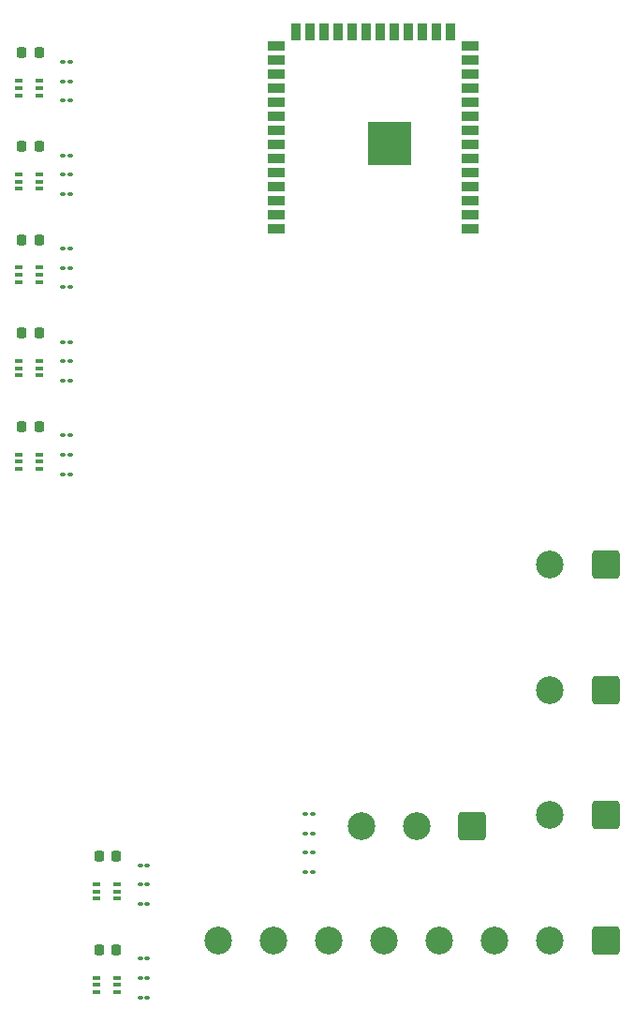
<source format=gbr>
%TF.GenerationSoftware,KiCad,Pcbnew,9.0.2*%
%TF.CreationDate,2025-05-31T05:55:54-04:00*%
%TF.ProjectId,micro autodoor,6d696372-6f20-4617-9574-6f646f6f722e,rev?*%
%TF.SameCoordinates,Original*%
%TF.FileFunction,Copper,L1,Top*%
%TF.FilePolarity,Positive*%
%FSLAX46Y46*%
G04 Gerber Fmt 4.6, Leading zero omitted, Abs format (unit mm)*
G04 Created by KiCad (PCBNEW 9.0.2) date 2025-05-31 05:55:54*
%MOMM*%
%LPD*%
G01*
G04 APERTURE LIST*
G04 Aperture macros list*
%AMRoundRect*
0 Rectangle with rounded corners*
0 $1 Rounding radius*
0 $2 $3 $4 $5 $6 $7 $8 $9 X,Y pos of 4 corners*
0 Add a 4 corners polygon primitive as box body*
4,1,4,$2,$3,$4,$5,$6,$7,$8,$9,$2,$3,0*
0 Add four circle primitives for the rounded corners*
1,1,$1+$1,$2,$3*
1,1,$1+$1,$4,$5*
1,1,$1+$1,$6,$7*
1,1,$1+$1,$8,$9*
0 Add four rect primitives between the rounded corners*
20,1,$1+$1,$2,$3,$4,$5,0*
20,1,$1+$1,$4,$5,$6,$7,0*
20,1,$1+$1,$6,$7,$8,$9,0*
20,1,$1+$1,$8,$9,$2,$3,0*%
G04 Aperture macros list end*
%TA.AperFunction,SMDPad,CuDef*%
%ADD10R,1.500000X0.900000*%
%TD*%
%TA.AperFunction,SMDPad,CuDef*%
%ADD11R,0.900000X1.500000*%
%TD*%
%TA.AperFunction,HeatsinkPad*%
%ADD12C,0.600000*%
%TD*%
%TA.AperFunction,HeatsinkPad*%
%ADD13R,3.900000X3.900000*%
%TD*%
%TA.AperFunction,SMDPad,CuDef*%
%ADD14RoundRect,0.100000X0.130000X0.100000X-0.130000X0.100000X-0.130000X-0.100000X0.130000X-0.100000X0*%
%TD*%
%TA.AperFunction,ComponentPad*%
%ADD15RoundRect,0.250000X1.000000X1.000000X-1.000000X1.000000X-1.000000X-1.000000X1.000000X-1.000000X0*%
%TD*%
%TA.AperFunction,ComponentPad*%
%ADD16C,2.500000*%
%TD*%
%TA.AperFunction,SMDPad,CuDef*%
%ADD17RoundRect,0.100000X0.225000X0.100000X-0.225000X0.100000X-0.225000X-0.100000X0.225000X-0.100000X0*%
%TD*%
%TA.AperFunction,SMDPad,CuDef*%
%ADD18RoundRect,0.225000X0.225000X0.250000X-0.225000X0.250000X-0.225000X-0.250000X0.225000X-0.250000X0*%
%TD*%
G04 APERTURE END LIST*
D10*
%TO.P,U1,1,GND*%
%TO.N,GND*%
X148900070Y-93087767D03*
%TO.P,U1,2,3V3*%
%TO.N,+3.3V*%
X148900070Y-91817767D03*
%TO.P,U1,3,EN*%
%TO.N,unconnected-(U1-EN-Pad3)*%
X148900070Y-90547767D03*
%TO.P,U1,4,IO4*%
%TO.N,unconnected-(U1-IO4-Pad4)*%
X148900070Y-89277767D03*
%TO.P,U1,5,IO5*%
%TO.N,unconnected-(U1-IO5-Pad5)*%
X148900070Y-88007767D03*
%TO.P,U1,6,IO6*%
%TO.N,unconnected-(U1-IO6-Pad6)*%
X148900070Y-86737767D03*
%TO.P,U1,7,IO7*%
%TO.N,unconnected-(U1-IO7-Pad7)*%
X148900070Y-85467767D03*
%TO.P,U1,8,IO15*%
%TO.N,unconnected-(U1-IO15-Pad8)*%
X148900070Y-84197767D03*
%TO.P,U1,9,IO16*%
%TO.N,unconnected-(U1-IO16-Pad9)*%
X148900070Y-82927767D03*
%TO.P,U1,10,IO17*%
%TO.N,unconnected-(U1-IO17-Pad10)*%
X148900070Y-81657767D03*
%TO.P,U1,11,IO18*%
%TO.N,unconnected-(U1-IO18-Pad11)*%
X148900070Y-80387767D03*
%TO.P,U1,12,IO8*%
%TO.N,unconnected-(U1-IO8-Pad12)*%
X148900070Y-79117767D03*
%TO.P,U1,13,USB_D-*%
%TO.N,unconnected-(U1-USB_D--Pad13)*%
X148900070Y-77847767D03*
%TO.P,U1,14,USB_D+*%
%TO.N,unconnected-(U1-USB_D+-Pad14)*%
X148900070Y-76577767D03*
D11*
%TO.P,U1,15,IO3*%
%TO.N,unconnected-(U1-IO3-Pad15)*%
X147135070Y-75327767D03*
%TO.P,U1,16,IO46*%
%TO.N,unconnected-(U1-IO46-Pad16)*%
X145865070Y-75327767D03*
%TO.P,U1,17,IO9*%
%TO.N,unconnected-(U1-IO9-Pad17)*%
X144595070Y-75327767D03*
%TO.P,U1,18,IO10*%
%TO.N,unconnected-(U1-IO10-Pad18)*%
X143325070Y-75327767D03*
%TO.P,U1,19,IO11*%
%TO.N,unconnected-(U1-IO11-Pad19)*%
X142055070Y-75327767D03*
%TO.P,U1,20,IO12*%
%TO.N,unconnected-(U1-IO12-Pad20)*%
X140785070Y-75327767D03*
%TO.P,U1,21,IO13*%
%TO.N,unconnected-(U1-IO13-Pad21)*%
X139515070Y-75327767D03*
%TO.P,U1,22,IO14*%
%TO.N,unconnected-(U1-IO14-Pad22)*%
X138245070Y-75327767D03*
%TO.P,U1,23,IO21*%
%TO.N,unconnected-(U1-IO21-Pad23)*%
X136975070Y-75327767D03*
%TO.P,U1,24,IO47*%
%TO.N,unconnected-(U1-IO47-Pad24)*%
X135705070Y-75327767D03*
%TO.P,U1,25,IO48*%
%TO.N,unconnected-(U1-IO48-Pad25)*%
X134435070Y-75327767D03*
%TO.P,U1,26,IO45*%
%TO.N,unconnected-(U1-IO45-Pad26)*%
X133165070Y-75327767D03*
D10*
%TO.P,U1,27,IO0*%
%TO.N,unconnected-(U1-IO0-Pad27)*%
X131400070Y-76577767D03*
%TO.P,U1,28,IO35*%
%TO.N,unconnected-(U1-IO35-Pad28)*%
X131400070Y-77847767D03*
%TO.P,U1,29,IO36*%
%TO.N,unconnected-(U1-IO36-Pad29)*%
X131400070Y-79117767D03*
%TO.P,U1,30,IO37*%
%TO.N,unconnected-(U1-IO37-Pad30)*%
X131400070Y-80387767D03*
%TO.P,U1,31,IO38*%
%TO.N,unconnected-(U1-IO38-Pad31)*%
X131400070Y-81657767D03*
%TO.P,U1,32,IO39*%
%TO.N,unconnected-(U1-IO39-Pad32)*%
X131400070Y-82927767D03*
%TO.P,U1,33,IO40*%
%TO.N,unconnected-(U1-IO40-Pad33)*%
X131400070Y-84197767D03*
%TO.P,U1,34,IO41*%
%TO.N,unconnected-(U1-IO41-Pad34)*%
X131400070Y-85467767D03*
%TO.P,U1,35,IO42*%
%TO.N,unconnected-(U1-IO42-Pad35)*%
X131400070Y-86737767D03*
%TO.P,U1,36,RXD0*%
%TO.N,unconnected-(U1-RXD0-Pad36)*%
X131400070Y-88007767D03*
%TO.P,U1,37,TXD0*%
%TO.N,unconnected-(U1-TXD0-Pad37)*%
X131400070Y-89277767D03*
%TO.P,U1,38,IO2*%
%TO.N,unconnected-(U1-IO2-Pad38)*%
X131400070Y-90547767D03*
%TO.P,U1,39,IO1*%
%TO.N,unconnected-(U1-IO1-Pad39)*%
X131400070Y-91817767D03*
%TO.P,U1,40,GND*%
%TO.N,GND*%
X131400070Y-93087767D03*
D12*
%TO.P,U1,41,GND*%
X143050070Y-86067767D03*
X143050070Y-84667767D03*
X142350070Y-86767767D03*
X142350070Y-85367767D03*
X142350070Y-83967767D03*
X141650070Y-86067767D03*
D13*
X141650070Y-85367767D03*
D12*
X141650070Y-84667767D03*
X140950070Y-86767767D03*
X140950070Y-85367767D03*
X140950070Y-83967767D03*
X140250070Y-86067767D03*
X140250070Y-84667767D03*
%TD*%
D14*
%TO.P,R27,1*%
%TO.N,/board_principal/IMPUT_DIGITAL6/OUT*%
X112720070Y-111727767D03*
%TO.P,R27,2*%
%TO.N,GND*%
X112080070Y-111727767D03*
%TD*%
%TO.P,R26,1*%
%TO.N,/board_principal/IMPUT_DIGITAL5/OUT*%
X119720070Y-150547767D03*
%TO.P,R26,2*%
%TO.N,GND*%
X119080070Y-150547767D03*
%TD*%
%TO.P,R25,1*%
%TO.N,/board_principal/IMPUT_DIGITAL4/OUT*%
X112720070Y-86437767D03*
%TO.P,R25,2*%
%TO.N,GND*%
X112080070Y-86437767D03*
%TD*%
%TO.P,R24,1*%
%TO.N,/board_principal/IMPUT_DIGITAL3/OUT*%
X112720070Y-103297767D03*
%TO.P,R24,2*%
%TO.N,GND*%
X112080070Y-103297767D03*
%TD*%
%TO.P,R23,1*%
%TO.N,/board_principal/IMPUT_DIGITAL2/OUT*%
X119720070Y-158977767D03*
%TO.P,R23,2*%
%TO.N,GND*%
X119080070Y-158977767D03*
%TD*%
%TO.P,R22,1*%
%TO.N,/board_principal/IMPUT_DIGITAL1/OUT*%
X112720070Y-78007767D03*
%TO.P,R22,2*%
%TO.N,GND*%
X112080070Y-78007767D03*
%TD*%
%TO.P,R21,1*%
%TO.N,/board_principal/IMPUT_DIGITAL/OUT*%
X112720070Y-94867767D03*
%TO.P,R21,2*%
%TO.N,GND*%
X112080070Y-94867767D03*
%TD*%
%TO.P,R19,1*%
%TO.N,/board_principal/IMPUT_DIGITAL6/OUT*%
X112720070Y-113477767D03*
%TO.P,R19,2*%
%TO.N,/board_principal/FTC*%
X112080070Y-113477767D03*
%TD*%
%TO.P,R18,1*%
%TO.N,/board_principal/IMPUT_DIGITAL5/OUT*%
X119720070Y-152297767D03*
%TO.P,R18,2*%
%TO.N,/board_principal/B_STOP*%
X119080070Y-152297767D03*
%TD*%
%TO.P,R17,1*%
%TO.N,/board_principal/IMPUT_DIGITAL4/OUT*%
X112720070Y-88187767D03*
%TO.P,R17,2*%
%TO.N,/board_principal/BC*%
X112080070Y-88187767D03*
%TD*%
%TO.P,R16,1*%
%TO.N,/board_principal/IMPUT_DIGITAL3/OUT*%
X112720070Y-105047767D03*
%TO.P,R16,2*%
%TO.N,/board_principal/BA*%
X112080070Y-105047767D03*
%TD*%
%TO.P,R15,1*%
%TO.N,/board_principal/IMPUT_DIGITAL2/OUT*%
X119720070Y-160727767D03*
%TO.P,R15,2*%
%TO.N,/board_principal/PP*%
X119080070Y-160727767D03*
%TD*%
%TO.P,R14,1*%
%TO.N,/board_principal/IMPUT_DIGITAL1/OUT*%
X112720070Y-79757767D03*
%TO.P,R14,2*%
%TO.N,/board_principal/IMPUT_DIGITAL1/IN*%
X112080070Y-79757767D03*
%TD*%
%TO.P,R13,1*%
%TO.N,/board_principal/IMPUT_DIGITAL/OUT*%
X112720070Y-96617767D03*
%TO.P,R13,2*%
%TO.N,/board_principal/IMPUT_DIGITAL/IN*%
X112080070Y-96617767D03*
%TD*%
%TO.P,R12,1*%
%TO.N,+3.3V*%
X134670070Y-145917767D03*
%TO.P,R12,2*%
%TO.N,/board_principal/DIP4*%
X134030070Y-145917767D03*
%TD*%
%TO.P,R11,1*%
%TO.N,+3.3V*%
X134670070Y-147667767D03*
%TO.P,R11,2*%
%TO.N,/board_principal/DIP3*%
X134030070Y-147667767D03*
%TD*%
%TO.P,R10,1*%
%TO.N,+3.3V*%
X134670070Y-149417767D03*
%TO.P,R10,2*%
%TO.N,/board_principal/DIP2*%
X134030070Y-149417767D03*
%TD*%
%TO.P,R9,1*%
%TO.N,+3.3V*%
X134670070Y-151167767D03*
%TO.P,R9,2*%
%TO.N,/board_principal/DIP1*%
X134030070Y-151167767D03*
%TD*%
%TO.P,R7,1*%
%TO.N,+3.3V*%
X112720070Y-115227767D03*
%TO.P,R7,2*%
%TO.N,/board_principal/FTC*%
X112080070Y-115227767D03*
%TD*%
%TO.P,R6,1*%
%TO.N,+3.3V*%
X119720070Y-154047767D03*
%TO.P,R6,2*%
%TO.N,/board_principal/B_STOP*%
X119080070Y-154047767D03*
%TD*%
%TO.P,R5,1*%
%TO.N,+3.3V*%
X112720070Y-89937767D03*
%TO.P,R5,2*%
%TO.N,/board_principal/BC*%
X112080070Y-89937767D03*
%TD*%
%TO.P,R4,1*%
%TO.N,+3.3V*%
X112720070Y-106797767D03*
%TO.P,R4,2*%
%TO.N,/board_principal/BA*%
X112080070Y-106797767D03*
%TD*%
%TO.P,R3,1*%
%TO.N,+3.3V*%
X119720070Y-162477767D03*
%TO.P,R3,2*%
%TO.N,/board_principal/PP*%
X119080070Y-162477767D03*
%TD*%
%TO.P,R2,1*%
%TO.N,+3.3V*%
X112720070Y-81507767D03*
%TO.P,R2,2*%
%TO.N,/board_principal/IMPUT_DIGITAL1/IN*%
X112080070Y-81507767D03*
%TD*%
%TO.P,R1,1*%
%TO.N,+3.3V*%
X112720070Y-98367767D03*
%TO.P,R1,2*%
%TO.N,/board_principal/IMPUT_DIGITAL/IN*%
X112080070Y-98367767D03*
%TD*%
D15*
%TO.P,J5,1,Pin_1*%
%TO.N,/board_principal/FTC*%
X161150070Y-157327767D03*
D16*
%TO.P,J5,2,Pin_2*%
%TO.N,/board_principal/B_STOP*%
X156150070Y-157327767D03*
%TO.P,J5,3,Pin_3*%
%TO.N,/board_principal/BC*%
X151150070Y-157327767D03*
%TO.P,J5,4,Pin_4*%
%TO.N,/board_principal/BA*%
X146150070Y-157327767D03*
%TO.P,J5,5,Pin_5*%
%TO.N,/board_principal/PP*%
X141150070Y-157327767D03*
%TO.P,J5,6,Pin_6*%
%TO.N,/board_principal/LSC*%
X136150070Y-157327767D03*
%TO.P,J5,7,Pin_7*%
%TO.N,/board_principal/LSA*%
X131150070Y-157327767D03*
%TO.P,J5,8,Pin_8*%
%TO.N,GND*%
X126150070Y-157327767D03*
%TD*%
D15*
%TO.P,J4,1,Pin_1*%
%TO.N,/board_principal/RS-485+*%
X149100070Y-147017767D03*
D16*
%TO.P,J4,2,Pin_2*%
%TO.N,GND*%
X144100070Y-147017767D03*
%TO.P,J4,3,Pin_3*%
%TO.N,/board_principal/RS-485-*%
X139100070Y-147017767D03*
%TD*%
D15*
%TO.P,J3,1,Pin_1*%
%TO.N,VCC*%
X161150070Y-123387767D03*
D16*
%TO.P,J3,2,Pin_2*%
%TO.N,GND*%
X156150070Y-123387767D03*
%TD*%
D15*
%TO.P,J2,1,Pin_1*%
%TO.N,/MA_POWER*%
X161150070Y-134702767D03*
D16*
%TO.P,J2,2,Pin_2*%
%TO.N,/MC_POWER*%
X156150070Y-134702767D03*
%TD*%
D15*
%TO.P,J1,1,Pin_1*%
%TO.N,/board_principal/LAMP+*%
X161150070Y-146017767D03*
D16*
%TO.P,J1,2,Pin_2*%
%TO.N,/board_principal/LAMP-*%
X156150070Y-146017767D03*
%TD*%
D17*
%TO.P,D7,1,K1*%
%TO.N,/board_principal/IMPUT_DIGITAL6/OUT*%
X110000070Y-114752767D03*
%TO.P,D7,2,A*%
%TO.N,GND*%
X110000070Y-114102767D03*
%TO.P,D7,3*%
%TO.N,N/C*%
X110000070Y-113452767D03*
%TO.P,D7,4*%
X108100070Y-113452767D03*
%TO.P,D7,5*%
X108100070Y-114102767D03*
%TO.P,D7,6*%
X108100070Y-114752767D03*
%TD*%
%TO.P,D6,1,K1*%
%TO.N,/board_principal/IMPUT_DIGITAL5/OUT*%
X117000070Y-153572767D03*
%TO.P,D6,2,A*%
%TO.N,GND*%
X117000070Y-152922767D03*
%TO.P,D6,3*%
%TO.N,N/C*%
X117000070Y-152272767D03*
%TO.P,D6,4*%
X115100070Y-152272767D03*
%TO.P,D6,5*%
X115100070Y-152922767D03*
%TO.P,D6,6*%
X115100070Y-153572767D03*
%TD*%
%TO.P,D5,1,K1*%
%TO.N,/board_principal/IMPUT_DIGITAL4/OUT*%
X110000070Y-89462767D03*
%TO.P,D5,2,A*%
%TO.N,GND*%
X110000070Y-88812767D03*
%TO.P,D5,3*%
%TO.N,N/C*%
X110000070Y-88162767D03*
%TO.P,D5,4*%
X108100070Y-88162767D03*
%TO.P,D5,5*%
X108100070Y-88812767D03*
%TO.P,D5,6*%
X108100070Y-89462767D03*
%TD*%
%TO.P,D4,1,K1*%
%TO.N,/board_principal/IMPUT_DIGITAL3/OUT*%
X110000070Y-106322767D03*
%TO.P,D4,2,A*%
%TO.N,GND*%
X110000070Y-105672767D03*
%TO.P,D4,3*%
%TO.N,N/C*%
X110000070Y-105022767D03*
%TO.P,D4,4*%
X108100070Y-105022767D03*
%TO.P,D4,5*%
X108100070Y-105672767D03*
%TO.P,D4,6*%
X108100070Y-106322767D03*
%TD*%
%TO.P,D3,1,K1*%
%TO.N,/board_principal/IMPUT_DIGITAL2/OUT*%
X117000070Y-162002767D03*
%TO.P,D3,2,A*%
%TO.N,GND*%
X117000070Y-161352767D03*
%TO.P,D3,3*%
%TO.N,N/C*%
X117000070Y-160702767D03*
%TO.P,D3,4*%
X115100070Y-160702767D03*
%TO.P,D3,5*%
X115100070Y-161352767D03*
%TO.P,D3,6*%
X115100070Y-162002767D03*
%TD*%
%TO.P,D2,1,K1*%
%TO.N,/board_principal/IMPUT_DIGITAL1/OUT*%
X110000070Y-81032767D03*
%TO.P,D2,2,A*%
%TO.N,GND*%
X110000070Y-80382767D03*
%TO.P,D2,3*%
%TO.N,N/C*%
X110000070Y-79732767D03*
%TO.P,D2,4*%
X108100070Y-79732767D03*
%TO.P,D2,5*%
X108100070Y-80382767D03*
%TO.P,D2,6*%
X108100070Y-81032767D03*
%TD*%
%TO.P,D1,1,K1*%
%TO.N,/board_principal/IMPUT_DIGITAL/OUT*%
X110000070Y-97892767D03*
%TO.P,D1,2,A*%
%TO.N,GND*%
X110000070Y-97242767D03*
%TO.P,D1,3*%
%TO.N,N/C*%
X110000070Y-96592767D03*
%TO.P,D1,4*%
X108100070Y-96592767D03*
%TO.P,D1,5*%
X108100070Y-97242767D03*
%TO.P,D1,6*%
X108100070Y-97892767D03*
%TD*%
D18*
%TO.P,C7,1*%
%TO.N,/board_principal/IMPUT_DIGITAL6/OUT*%
X109945070Y-110927767D03*
%TO.P,C7,2*%
%TO.N,GND*%
X108395070Y-110927767D03*
%TD*%
%TO.P,C6,1*%
%TO.N,/board_principal/IMPUT_DIGITAL5/OUT*%
X116945070Y-149747767D03*
%TO.P,C6,2*%
%TO.N,GND*%
X115395070Y-149747767D03*
%TD*%
%TO.P,C5,1*%
%TO.N,/board_principal/IMPUT_DIGITAL4/OUT*%
X109945070Y-85637767D03*
%TO.P,C5,2*%
%TO.N,GND*%
X108395070Y-85637767D03*
%TD*%
%TO.P,C4,1*%
%TO.N,/board_principal/IMPUT_DIGITAL3/OUT*%
X109945070Y-102497767D03*
%TO.P,C4,2*%
%TO.N,GND*%
X108395070Y-102497767D03*
%TD*%
%TO.P,C3,1*%
%TO.N,/board_principal/IMPUT_DIGITAL2/OUT*%
X116945070Y-158177767D03*
%TO.P,C3,2*%
%TO.N,GND*%
X115395070Y-158177767D03*
%TD*%
%TO.P,C2,1*%
%TO.N,/board_principal/IMPUT_DIGITAL1/OUT*%
X109945070Y-77207767D03*
%TO.P,C2,2*%
%TO.N,GND*%
X108395070Y-77207767D03*
%TD*%
%TO.P,C1,1*%
%TO.N,/board_principal/IMPUT_DIGITAL/OUT*%
X109945070Y-94067767D03*
%TO.P,C1,2*%
%TO.N,GND*%
X108395070Y-94067767D03*
%TD*%
M02*

</source>
